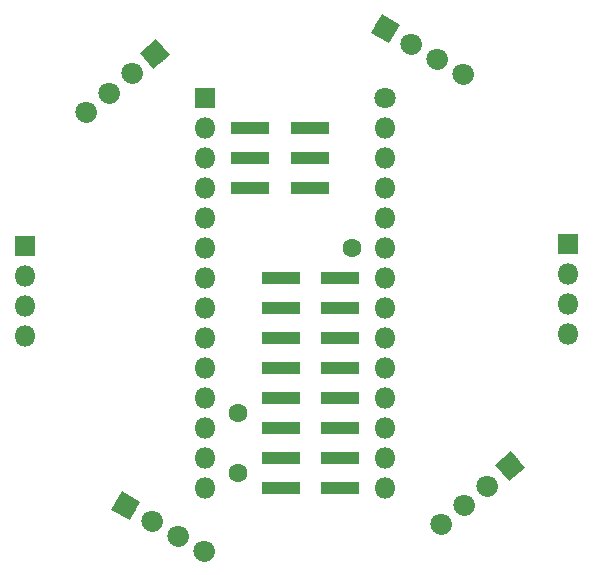
<source format=gbr>
G04 #@! TF.GenerationSoftware,KiCad,Pcbnew,5.1.0-060a0da~80~ubuntu18.04.1*
G04 #@! TF.CreationDate,2019-05-28T03:43:47+02:00*
G04 #@! TF.ProjectId,TinyFPGA-BX,54696e79-4650-4474-912d-42582e6b6963,rev?*
G04 #@! TF.SameCoordinates,Original*
G04 #@! TF.FileFunction,Soldermask,Bot*
G04 #@! TF.FilePolarity,Negative*
%FSLAX46Y46*%
G04 Gerber Fmt 4.6, Leading zero omitted, Abs format (unit mm)*
G04 Created by KiCad (PCBNEW 5.1.0-060a0da~80~ubuntu18.04.1) date 2019-05-28 03:43:47*
%MOMM*%
%LPD*%
G04 APERTURE LIST*
%ADD10R,1.800000X1.800000*%
%ADD11O,1.800000X1.800000*%
%ADD12R,3.250000X1.100000*%
%ADD13C,1.600000*%
%ADD14C,1.800000*%
%ADD15C,1.800000*%
%ADD16C,0.100000*%
G04 APERTURE END LIST*
D10*
X143516000Y-97799100D03*
D11*
X143516000Y-100339100D03*
X143516000Y-102879100D03*
X143516000Y-105419100D03*
X143516000Y-107959100D03*
X143516000Y-110499100D03*
X143516000Y-113039100D03*
X143516000Y-115579100D03*
X143516000Y-118119100D03*
X143516000Y-120659100D03*
X143516000Y-123199100D03*
X143516000Y-125739100D03*
X143516000Y-128279100D03*
X143516000Y-130819100D03*
D12*
X154956000Y-113039100D03*
X149906000Y-113039100D03*
X154956000Y-115579100D03*
X149906000Y-115579100D03*
X154956000Y-118119100D03*
X149906000Y-118119100D03*
X154956000Y-120659100D03*
X149906000Y-120659100D03*
X154956000Y-123199100D03*
X149906000Y-123199100D03*
X154956000Y-125739100D03*
X149906000Y-125739100D03*
X154956000Y-128279100D03*
X149906000Y-128279100D03*
X154956000Y-130819100D03*
X149906000Y-130819100D03*
X147326000Y-105419100D03*
X152376000Y-105419100D03*
X147326000Y-102879100D03*
X152376000Y-102879100D03*
X147326000Y-100339100D03*
X152376000Y-100339100D03*
D13*
X155962000Y-110499100D03*
X146310000Y-129549100D03*
X146310000Y-124469100D03*
D14*
X158756000Y-97799100D03*
D11*
X158756000Y-100339100D03*
X158756000Y-102879100D03*
X158756000Y-105419100D03*
X158756000Y-107959100D03*
X158756000Y-110499100D03*
X158756000Y-113039100D03*
X158756000Y-115579100D03*
X158756000Y-118119100D03*
X158756000Y-120659100D03*
X158756000Y-123199100D03*
X158756000Y-125739100D03*
X158756000Y-128279100D03*
X158756000Y-130819100D03*
D14*
X133402741Y-98952042D03*
D15*
X133402741Y-98952042D02*
X133402741Y-98952042D01*
D14*
X135348494Y-97319361D03*
D15*
X135348494Y-97319361D02*
X135348494Y-97319361D01*
D14*
X137294247Y-95686681D03*
D15*
X137294247Y-95686681D02*
X137294247Y-95686681D01*
D14*
X139240000Y-94054000D03*
D16*
G36*
X137972051Y-93943069D02*
G01*
X139350931Y-92786051D01*
X140507949Y-94164931D01*
X139129069Y-95321949D01*
X137972051Y-93943069D01*
X137972051Y-93943069D01*
G37*
D14*
X143400000Y-136104000D03*
D15*
X143400000Y-136104000D02*
X143400000Y-136104000D01*
D14*
X141200295Y-134834000D03*
D15*
X141200295Y-134834000D02*
X141200295Y-134834000D01*
D14*
X139000591Y-133564000D03*
D15*
X139000591Y-133564000D02*
X139000591Y-133564000D01*
D14*
X136800886Y-132294000D03*
D16*
G36*
X137130309Y-133523423D02*
G01*
X135571463Y-132623423D01*
X136471463Y-131064577D01*
X138030309Y-131964577D01*
X137130309Y-133523423D01*
X137130309Y-133523423D01*
G37*
D10*
X174270000Y-110164000D03*
D11*
X174270000Y-112704000D03*
X174270000Y-115244000D03*
X174270000Y-117784000D03*
X128240000Y-117904000D03*
X128240000Y-115364000D03*
X128240000Y-112824000D03*
D10*
X128240000Y-110284000D03*
D14*
X163492741Y-133872042D03*
D15*
X163492741Y-133872042D02*
X163492741Y-133872042D01*
D14*
X165438494Y-132239361D03*
D15*
X165438494Y-132239361D02*
X165438494Y-132239361D01*
D14*
X167384247Y-130606681D03*
D15*
X167384247Y-130606681D02*
X167384247Y-130606681D01*
D14*
X169330000Y-128974000D03*
D16*
G36*
X168062051Y-128863069D02*
G01*
X169440931Y-127706051D01*
X170597949Y-129084931D01*
X169219069Y-130241949D01*
X168062051Y-128863069D01*
X168062051Y-128863069D01*
G37*
D14*
X158780000Y-91924000D03*
D16*
G36*
X159109423Y-93153423D02*
G01*
X157550577Y-92253423D01*
X158450577Y-90694577D01*
X160009423Y-91594577D01*
X159109423Y-93153423D01*
X159109423Y-93153423D01*
G37*
D14*
X160979705Y-93194000D03*
D15*
X160979705Y-93194000D02*
X160979705Y-93194000D01*
D14*
X163179409Y-94464000D03*
D15*
X163179409Y-94464000D02*
X163179409Y-94464000D01*
D14*
X165379114Y-95734000D03*
D15*
X165379114Y-95734000D02*
X165379114Y-95734000D01*
M02*

</source>
